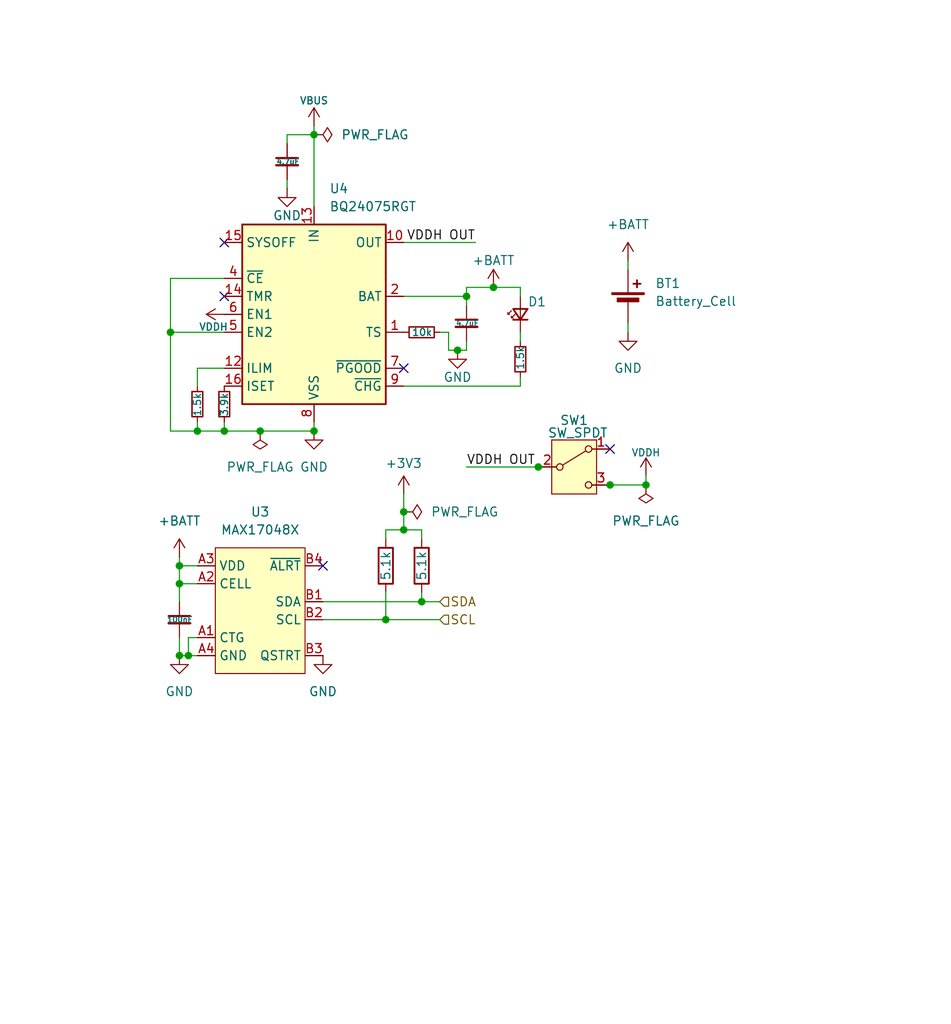
<source format=kicad_sch>
(kicad_sch (version 20250114) (generator "eeschema") (generator_version "9.0")
  (paper "User" 134.62 144.78)
  (lib_symbols
    (symbol "Battery_Management:BQ24075RGT"
      (property "Reference" "U" (at -8.89 13.97 0))
      (property "Value" "BQ24075RGT" (at 16.51 13.97 0))
      (symbol "BQ24075RGT_0_1"
        (rectangle (start -10.16 12.7) (end 10.16 -12.7) (stroke (width 0.254)) (fill (type background)))
      )
      (symbol "BQ24075RGT_1_1"
        (pin input line (at -12.7 10.16 0) (length 2.54) (name "SYSOFF") (number "15"))
        (pin input line (at -12.7 5.08 0) (length 2.54) (name "~{CE}") (number "4"))
        (pin input line (at -12.7 2.54 0) (length 2.54) (name "TMR") (number "14"))
        (pin input line (at -12.7 0 0) (length 2.54) (name "EN1") (number "6"))
        (pin input line (at -12.7 -2.54 0) (length 2.54) (name "EN2") (number "5"))
        (pin passive line (at -12.7 -7.62 0) (length 2.54) (name "ILIM") (number "12"))
        (pin passive line (at -12.7 -10.16 0) (length 2.54) (name "ISET") (number "16"))
        (pin power_in line (at 0 15.24 270) (length 2.54) (name "IN") (number "13"))
        (pin passive line (at 0 -15.24 90) (length 2.54) (hide yes) (name "VSS") (number "17"))
        (pin power_in line (at 0 -15.24 90) (length 2.54) (name "VSS") (number "8"))
        (pin power_out line (at 12.7 10.16 180) (length 2.54) (name "OUT") (number "10"))
        (pin passive line (at 12.7 10.16 180) (length 2.54) (hide yes) (name "OUT") (number "11"))
        (pin power_out line (at 12.7 2.54 180) (length 2.54) (name "BAT") (number "2"))
        (pin passive line (at 12.7 2.54 180) (length 2.54) (hide yes) (name "BAT") (number "3"))
        (pin passive line (at 12.7 -2.54 180) (length 2.54) (name "TS") (number "1"))
        (pin open_collector line (at 12.7 -7.62 180) (length 2.54) (name "~{PGOOD}") (number "7"))
        (pin open_collector line (at 12.7 -10.16 180) (length 2.54) (name "~{CHG}") (number "9"))
      )
    )
    (symbol "Device:Battery_Cell" (pin_numbers (hide yes)) (pin_names (offset 0) (hide yes))
      (property "Reference" "BT" (at 2.54 2.54 0))
      (property "Value" "Battery_Cell" (at 2.54 0 0))
      (symbol "Battery_Cell_0_1"
        (rectangle (start -2.286 1.778) (end 2.286 1.524) (fill (type outline)))
        (rectangle (start -1.524 1.016) (end 1.524 0.508) (fill (type outline)))
        (polyline (pts (xy 0 1.778) (xy 0 2.54)))
        (polyline (pts (xy 0 0.762) (xy 0 0)))
        (polyline (pts (xy 0.762 3.048) (xy 1.778 3.048)) (stroke (width 0.254)))
        (polyline (pts (xy 1.27 3.556) (xy 1.27 2.54)) (stroke (width 0.254)))
      )
      (symbol "Battery_Cell_1_1"
        (pin passive line (at 0 5.08 270) (length 2.54) (name "+") (number "1"))
        (pin passive line (at 0 -2.54 90) (length 2.54) (name "-") (number "2"))
      )
    )
    (symbol "Device:C_Small" (pin_numbers (hide yes)) (pin_names (offset 0.254) (hide yes))
      (property "Reference" "C" (at 0.254 1.778 0))
      (property "Value" "C_Small" (at 0.254 -2.032 0))
      (symbol "C_Small_0_1"
        (polyline (pts (xy -1.524 0.508) (xy 1.524 0.508)) (stroke (width 0.3048)))
        (polyline (pts (xy -1.524 -0.508) (xy 1.524 -0.508)) (stroke (width 0.3302)))
      )
      (symbol "C_Small_1_1"
        (pin passive line (at 0 2.54 270) (length 2.032) (name "~") (number "1"))
        (pin passive line (at 0 -2.54 90) (length 2.032) (name "~") (number "2"))
      )
    )
    (symbol "Device:LED_Small" (pin_numbers (hide yes)) (pin_names (offset 0.254) (hide yes))
      (property "Reference" "D" (at -1.27 3.175 0))
      (property "Value" "LED_Small" (at -4.445 -2.54 0))
      (symbol "LED_Small_0_1"
        (polyline (pts (xy -0.762 -1.016) (xy -0.762 1.016)) (stroke (width 0.254)))
        (polyline (pts (xy 0 0.762) (xy -0.508 1.27) (xy -0.254 1.27) (xy -0.508 1.27) (xy -0.508 1.016)))
        (polyline (pts (xy 0.508 1.27) (xy 0 1.778) (xy 0.254 1.778) (xy 0 1.778) (xy 0 1.524)))
        (polyline (pts (xy 0.762 -1.016) (xy -0.762 0) (xy 0.762 1.016) (xy 0.762 -1.016)) (stroke (width 0.254)))
        (polyline (pts (xy 1.016 0) (xy -0.762 0)))
      )
      (symbol "LED_Small_1_1"
        (pin passive line (at -2.54 0 0) (length 1.778) (name "K") (number "1"))
        (pin passive line (at 2.54 0 180) (length 1.778) (name "A") (number "2"))
      )
    )
    (symbol "Device:R" (pin_numbers (hide yes)) (pin_names (offset 0))
      (property "Reference" "R" (at 2.032 0 90))
      (property "Value" "R" (at 0 0 90))
      (symbol "R_0_1"
        (rectangle (start -1.016 -2.54) (end 1.016 2.54) (stroke (width 0.254)))
      )
      (symbol "R_1_1"
        (pin passive line (at 0 3.81 270) (length 1.27) (name "~") (number "1"))
        (pin passive line (at 0 -3.81 90) (length 1.27) (name "~") (number "2"))
      )
    )
    (symbol "Device:R_Small" (pin_numbers (hide yes)) (pin_names (offset 0.254) (hide yes))
      (property "Reference" "R" (at 0 0 90))
      (property "Value" "R_Small" (at 1.778 0 90))
      (symbol "R_Small_0_1"
        (rectangle (start -0.762 1.778) (end 0.762 -1.778) (stroke (width 0.2032)))
      )
      (symbol "R_Small_1_1"
        (pin passive line (at 0 2.54 270) (length 0.762) (name "~") (number "1"))
        (pin passive line (at 0 -2.54 90) (length 0.762) (name "~") (number "2"))
      )
    )
    (symbol "Switch:SW_SPDT" (pin_names (offset 0) (hide yes))
      (property "Reference" "SW" (at 0 5.08 0))
      (property "Value" "SW_SPDT" (at 0 -5.08 0))
      (symbol "SW_SPDT_0_1"
        (circle (center -2.032 0) (radius 0.4572))
        (polyline (pts (xy -1.651 0.254) (xy 1.651 2.286)))
        (circle (center 2.032 2.54) (radius 0.4572))
        (circle (center 2.032 -2.54) (radius 0.4572))
      )
      (symbol "SW_SPDT_1_1"
        (rectangle (start -3.175 3.81) (end 3.175 -3.81) (fill (type background)))
        (pin passive line (at -5.08 0 0) (length 2.54) (name "B") (number "2"))
        (pin passive line (at 5.08 2.54 180) (length 2.54) (name "A") (number "1"))
        (pin passive line (at 5.08 -2.54 180) (length 2.54) (name "C") (number "3"))
      )
    )
    (symbol "power:+3V3" (power) (pin_numbers (hide yes)) (pin_names (offset 0) (hide yes))
      (property "Value" "+3V3" (at 0 3.556 0))
      (symbol "+3V3_0_1"
        (polyline (pts (xy -0.762 1.27) (xy 0 2.54)))
        (polyline (pts (xy 0 2.54) (xy 0.762 1.27)))
        (polyline (pts (xy 0 0) (xy 0 2.54)))
      )
      (symbol "+3V3_1_1"
        (pin power_in line (at 0 0 90) (length 0) (name "~") (number "1"))
      )
    )
    (symbol "power:+BATT" (power) (pin_numbers (hide yes)) (pin_names (offset 0) (hide yes))
      (property "Value" "+BATT" (at 0 3.556 0))
      (symbol "+BATT_0_1"
        (polyline (pts (xy -0.762 1.27) (xy 0 2.54)))
        (polyline (pts (xy 0 2.54) (xy 0.762 1.27)))
        (polyline (pts (xy 0 0) (xy 0 2.54)))
      )
      (symbol "+BATT_1_1"
        (pin power_in line (at 0 0 90) (length 0) (name "~") (number "1"))
      )
    )
    (symbol "power:GND" (power) (pin_numbers (hide yes)) (pin_names (offset 0) (hide yes))
      (property "Value" "GND" (at 0 -3.81 0))
      (symbol "GND_0_1"
        (polyline (pts (xy 0 0) (xy 0 -1.27) (xy 1.27 -1.27) (xy 0 -2.54) (xy -1.27 -1.27) (xy 0 -1.27)))
      )
      (symbol "GND_1_1"
        (pin power_in line (at 0 0 270) (length 0) (name "~") (number "1"))
      )
    )
    (symbol "power:PWR_FLAG" (power) (pin_numbers (hide yes)) (pin_names (offset 0) (hide yes))
      (property "Value" "PWR_FLAG" (at 0 3.81 0))
      (symbol "PWR_FLAG_0_0"
        (pin power_out line (at 0 0 90) (length 0) (name "~") (number "1"))
      )
      (symbol "PWR_FLAG_0_1"
        (polyline (pts (xy 0 0) (xy 0 1.27) (xy -1.016 1.905) (xy 0 2.54) (xy 1.016 1.905) (xy 0 1.27)))
      )
    )
    (symbol "power:VBUS" (power) (pin_numbers (hide yes)) (pin_names (offset 0) (hide yes))
      (property "Value" "VBUS" (at 0 3.556 0))
      (symbol "VBUS_0_1"
        (polyline (pts (xy -0.762 1.27) (xy 0 2.54)))
        (polyline (pts (xy 0 2.54) (xy 0.762 1.27)))
        (polyline (pts (xy 0 0) (xy 0 2.54)))
      )
      (symbol "VBUS_1_1"
        (pin power_in line (at 0 0 90) (length 0) (name "~") (number "1"))
      )
    )
    (symbol "ultraflat-lib:MAX17048X"
      (property "Reference" "U" (at 0 10.16 0))
      (property "Value" "MAX17048X" (at 0 -10.16 0))
      (symbol "MAX17048X_0_1"
        (rectangle (start -6.35 8.89) (end 6.35 -8.89) (stroke (width 0.1524)) (fill (type background)))
      )
      (symbol "MAX17048X_1_0"
        (pin power_in line (at -8.89 6.35 0) (length 2.54) (name "VDD") (number "A3"))
        (pin power_in line (at -8.89 3.81 0) (length 2.54) (name "CELL") (number "A2"))
        (pin power_in line (at -8.89 -3.81 0) (length 2.54) (name "CTG") (number "A1"))
        (pin power_in line (at -8.89 -6.35 0) (length 2.54) (name "GND") (number "A4"))
        (pin open_collector line (at 8.89 6.35 180) (length 2.54) (name "~{ALRT}") (number "B4"))
        (pin bidirectional line (at 8.89 1.27 180) (length 2.54) (name "SDA") (number "B1"))
        (pin bidirectional line (at 8.89 -1.27 180) (length 2.54) (name "SCL") (number "B2"))
        (pin input line (at 8.89 -6.35 180) (length 2.54) (name "QSTRT") (number "B3"))
      )
    )
    (symbol "ultraflat-lib:VDDH" (power) (pin_numbers (hide yes)) (pin_names (offset 0) (hide yes))
      (property "Value" "VDDH" (at 0 3.556 0))
      (symbol "VDDH_0_1"
        (polyline (pts (xy -0.762 1.27) (xy 0 2.54)))
        (polyline (pts (xy 0 2.54) (xy 0.762 1.27)))
        (polyline (pts (xy 0 0) (xy 0 2.54)))
      )
      (symbol "VDDH_1_1"
        (pin power_in line (at 0 0 90) (length 0) (name "~") (number "1"))
      )
    )
  )
  (junction (at 44.45 60.96))
  (junction (at 64.77 49.53))
  (junction (at 57.15 72.39))
  (junction (at 57.15 74.93))
  (junction (at 76.2 66.04))
  (junction (at 66.04 41.91))
  (junction (at 25.4 80.01))
  (junction (at 24.13 46.99))
  (junction (at 91.44 68.58))
  (junction (at 25.4 92.71))
  (junction (at 25.4 82.55))
  (junction (at 59.69 85.09))
  (junction (at 31.75 60.96))
  (junction (at 44.45 19.05))
  (junction (at 36.83 60.96))
  (junction (at 27.94 60.96))
  (junction (at 69.85 40.64))
  (junction (at 54.61 87.63))
  (junction (at 26.67 92.71))
  (junction (at 86.36 68.58))
  (no_connect (at 45.72 80.01))
  (no_connect (at 86.36 63.5))
  (no_connect (at 31.75 41.91))
  (no_connect (at 57.15 52.07))
  (no_connect (at 31.75 34.29))
  (wire (pts (xy 59.69 74.93) (xy 59.69 76.2)))
  (wire (pts (xy 66.04 41.91) (xy 66.04 43.18)))
  (wire (pts (xy 86.36 68.58) (xy 91.44 68.58)))
  (wire (pts (xy 25.4 90.17) (xy 25.4 92.71)))
  (wire (pts (xy 44.45 19.05) (xy 44.45 29.21)))
  (wire (pts (xy 24.13 60.96) (xy 24.13 46.99)))
  (wire (pts (xy 44.45 17.78) (xy 44.45 19.05)))
  (wire (pts (xy 26.67 90.17) (xy 26.67 92.71)))
  (wire (pts (xy 67.31 34.29) (xy 57.15 34.29)))
  (wire (pts (xy 59.69 83.82) (xy 59.69 85.09)))
  (wire (pts (xy 25.4 78.74) (xy 25.4 80.01)))
  (wire (pts (xy 57.15 72.39) (xy 57.15 74.93)))
  (wire (pts (xy 27.94 52.07) (xy 27.94 54.61)))
  (wire (pts (xy 59.69 85.09) (xy 62.23 85.09)))
  (wire (pts (xy 40.64 25.4) (xy 40.64 26.67)))
  (wire (pts (xy 25.4 92.71) (xy 26.67 92.71)))
  (wire (pts (xy 66.04 66.04) (xy 76.2 66.04)))
  (wire (pts (xy 45.72 87.63) (xy 54.61 87.63)))
  (wire (pts (xy 57.15 54.61) (xy 73.66 54.61)))
  (wire (pts (xy 25.4 80.01) (xy 25.4 82.55)))
  (wire (pts (xy 25.4 82.55) (xy 27.94 82.55)))
  (wire (pts (xy 69.85 40.64) (xy 66.04 40.64)))
  (wire (pts (xy 54.61 83.82) (xy 54.61 87.63)))
  (wire (pts (xy 62.23 46.99) (xy 63.5 46.99)))
  (wire (pts (xy 91.44 68.58) (xy 91.44 67.31)))
  (wire (pts (xy 64.77 49.53) (xy 66.04 49.53)))
  (wire (pts (xy 27.94 60.96) (xy 31.75 60.96)))
  (wire (pts (xy 54.61 74.93) (xy 54.61 76.2)))
  (wire (pts (xy 54.61 87.63) (xy 62.23 87.63)))
  (wire (pts (xy 27.94 60.96) (xy 27.94 59.69)))
  (wire (pts (xy 24.13 39.37) (xy 31.75 39.37)))
  (wire (pts (xy 57.15 69.85) (xy 57.15 72.39)))
  (wire (pts (xy 73.66 46.99) (xy 73.66 48.26)))
  (wire (pts (xy 73.66 41.91) (xy 73.66 40.64)))
  (wire (pts (xy 66.04 40.64) (xy 66.04 41.91)))
  (wire (pts (xy 57.15 74.93) (xy 59.69 74.93)))
  (wire (pts (xy 24.13 60.96) (xy 27.94 60.96)))
  (wire (pts (xy 27.94 90.17) (xy 26.67 90.17)))
  (wire (pts (xy 31.75 52.07) (xy 27.94 52.07)))
  (wire (pts (xy 88.9 45.72) (xy 88.9 46.99)))
  (wire (pts (xy 40.64 19.05) (xy 44.45 19.05)))
  (wire (pts (xy 88.9 36.83) (xy 88.9 38.1)))
  (wire (pts (xy 69.85 40.64) (xy 73.66 40.64)))
  (wire (pts (xy 73.66 54.61) (xy 73.66 53.34)))
  (wire (pts (xy 63.5 49.53) (xy 64.77 49.53)))
  (wire (pts (xy 24.13 39.37) (xy 24.13 46.99)))
  (wire (pts (xy 24.13 46.99) (xy 31.75 46.99)))
  (wire (pts (xy 44.45 60.96) (xy 36.83 60.96)))
  (wire (pts (xy 57.15 74.93) (xy 54.61 74.93)))
  (wire (pts (xy 25.4 80.01) (xy 27.94 80.01)))
  (wire (pts (xy 36.83 60.96) (xy 31.75 60.96)))
  (wire (pts (xy 63.5 46.99) (xy 63.5 49.53)))
  (wire (pts (xy 40.64 19.05) (xy 40.64 20.32)))
  (wire (pts (xy 66.04 49.53) (xy 66.04 48.26)))
  (wire (pts (xy 45.72 85.09) (xy 59.69 85.09)))
  (wire (pts (xy 66.04 41.91) (xy 57.15 41.91)))
  (wire (pts (xy 44.45 60.96) (xy 44.45 59.69)))
  (wire (pts (xy 31.75 60.96) (xy 31.75 59.69)))
  (wire (pts (xy 26.67 92.71) (xy 27.94 92.71)))
  (wire (pts (xy 25.4 82.55) (xy 25.4 85.09)))
  (label "VDDH OUT" (at 66.04 66.04 0))
  (label "VDDH OUT" (at 67.31 34.29 180))
  (hierarchical_label "SDA" (shape input) (at 62.23 85.09 0))
  (hierarchical_label "SCL" (shape input) (at 62.23 87.63 0))
  (symbol (lib_id "Battery_Management:BQ24075RGT") (at 44.45 44.45 0) (unit 1)
    (property "Reference" "U4" (at 46.5933 26.67 0) (effects (justify left)))
    (property "Value" "BQ24075RGT" (at 46.5933 29.21 0) (effects (justify left)))
    (property "Footprint" "Package_DFN_QFN:VQFN-16-1EP_3x3mm_P0.5mm_EP1.6x1.6mm" (effects (hide yes)))
    (property "Datasheet" "http://www.ti.com/lit/ds/symlink/bq24075.pdf" (effects (hide yes)))
    (property "Description" "USB-Friendly Li-Ion Battery Charger and Power-Path Management, VQFN-16" (effects (hide yes)))
  )
  (symbol (lib_id "Device:LED_Small") (at 73.66 44.45 90) (unit 1)
    (property "Reference" "D1" (at 74.676 42.672 90) (effects (justify right)))
    (property "Value" "LED_Small" (effects (hide yes)))
    (property "Footprint" "LED_SMD:LED_0603_1608Metric" (effects (hide yes)))
    (property "Description" "Light emitting diode, small symbol" (effects (hide yes)))
    (property "Sim.Pin" "1=K 2=A" (effects (hide yes)))
  )
  (symbol (lib_id "power:PWR_FLAG") (at 36.83 60.96 180) (unit 1)
    (property "Reference" "#FLG02" (effects (hide yes)))
    (property "Value" "PWR_FLAG" (at 36.83 66.04 0))
    (property "Description" "Special symbol for telling ERC where power comes from" (effects (hide yes)))
  )
  (symbol (lib_id "Device:Battery_Cell") (at 88.9 43.18 0) (unit 1)
    (property "Reference" "BT1" (at 92.71 40.0684 0) (effects (justify left)))
    (property "Value" "Battery_Cell" (at 92.71 42.6084 0) (effects (justify left)))
    (property "Footprint" "Connector_PinHeader_2.00mm:PinHeader_1x02_P2.00mm_Vertical" (effects (hide yes)))
    (property "Description" "Single-cell battery" (effects (hide yes)))
    (property "Sim.Device" "V" (effects (hide yes)))
    (property "Sim.Type" "DC" (effects (hide yes)))
    (property "Sim.Pins" "1=+ 2=-" (effects (hide yes)))
  )
  (symbol (lib_id "power:GND") (at 40.64 26.67 0) (unit 1)
    (property "Reference" "#PWR014" (effects (hide yes)))
    (property "Value" "GND" (at 40.64 30.48 0))
    (property "Description" "Power symbol creates a global label with name \"GND\" , ground" (effects (hide yes)))
  )
  (symbol (lib_id "ultraflat-lib:VDDH") (at 91.44 67.31 0) (unit 1)
    (property "Reference" "#PWR02" (effects (hide yes)))
    (property "Value" "VDDH" (at 91.44 64.008 0) (effects (font (size 1.016 1.016))))
    (property "Description" "Power symbol creates a global label with name \"VDDH\"" (effects (hide yes)))
  )
  (symbol (lib_id "power:PWR_FLAG") (at 91.44 68.58 180) (unit 1)
    (property "Reference" "#FLG04" (effects (hide yes)))
    (property "Value" "PWR_FLAG" (at 91.44 73.66 0))
    (property "Description" "Special symbol for telling ERC where power comes from" (effects (hide yes)))
  )
  (symbol (lib_id "power:+BATT") (at 25.4 78.74 0) (unit 1)
    (property "Reference" "#PWR013" (effects (hide yes)))
    (property "Value" "+BATT" (at 25.4 73.66 0))
    (property "Description" "Power symbol creates a global label with name \"+BATT\"" (effects (hide yes)))
  )
  (symbol (lib_id "Device:R_Small") (at 73.66 50.8 0) (unit 1)
    (property "Reference" "R6" (effects (hide yes)))
    (property "Value" "1.5k" (at 73.66 52.324 90) (effects (font (size 1.016 1.016)) (justify left)))
    (property "Footprint" "Capacitor_SMD:C_0402_1005Metric" (effects (hide yes)))
    (property "Description" "Resistor, small symbol" (effects (hide yes)))
  )
  (symbol (lib_id "Device:C_Small") (at 66.04 45.72 0) (unit 1)
    (property "Reference" "C17" (effects (hide yes)))
    (property "Value" "4.7uF" (at 64.516 45.72 0) (effects (font (size 0.762 0.762)) (justify left)))
    (property "Footprint" "Capacitor_SMD:C_0402_1005Metric" (effects (hide yes)))
    (property "Description" "Unpolarized capacitor, small symbol" (effects (hide yes)))
  )
  (symbol (lib_id "power:+BATT") (at 88.9 36.83 0) (unit 1)
    (property "Reference" "#PWR030" (effects (hide yes)))
    (property "Value" "+BATT" (at 88.9 31.75 0))
    (property "Description" "Power symbol creates a global label with name \"+BATT\"" (effects (hide yes)))
  )
  (symbol (lib_id "Device:R") (at 54.61 80.01 0) (mirror x) (unit 1)
    (property "Reference" "R15" (effects (hide yes)))
    (property "Value" "5.1k" (at 54.61 80.01 90))
    (property "Footprint" "Capacitor_SMD:C_0402_1005Metric" (effects (hide yes)))
    (property "Description" "Resistor" (effects (hide yes)))
    (property "LCSC Part #" "C25905 " (effects (hide yes)))
  )
  (symbol (lib_id "Switch:SW_SPDT") (at 81.28 66.04 0) (unit 1)
    (property "Reference" "SW2" (effects (hide yes)))
    (property "Value" "SW_SPDT" (effects (hide yes)))
    (property "Footprint" "Button_Switch_SMD:SW_SPDT_Shouhan_MSK12C02" (effects (hide yes)))
    (property "Description" "Switch, single pole double throw" (effects (hide yes)))
  )
  (symbol (lib_id "ultraflat-lib:VDDH") (at 31.75 44.45 90) (unit 1)
    (property "Reference" "#PWR025" (effects (hide yes)))
    (property "Value" "VDDH" (at 30.226 46.228 90) (effects (font (size 1.016 1.016))))
    (property "Description" "Power symbol creates a global label with name \"VDDH\"" (effects (hide yes)))
  )
  (symbol (lib_id "power:GND") (at 45.72 92.71 0) (unit 1)
    (property "Reference" "#PWR027" (effects (hide yes)))
    (property "Value" "GND" (at 45.72 97.79 0))
    (property "Description" "Power symbol creates a global label with name \"GND\" , ground" (effects (hide yes)))
  )
  (symbol (lib_id "power:VBUS") (at 44.45 17.78 0) (unit 1)
    (property "Reference" "#PWR05" (effects (hide yes)))
    (property "Value" "VBUS" (at 44.45 14.224 0) (effects (font (size 1.016 1.016))))
    (property "Description" "Power symbol creates a global label with name \"VBUS\"" (effects (hide yes)))
  )
  (symbol (lib_id "power:GND") (at 44.45 60.96 0) (unit 1)
    (property "Reference" "#PWR024" (effects (hide yes)))
    (property "Value" "GND" (at 44.45 66.04 0))
    (property "Description" "Power symbol creates a global label with name \"GND\" , ground" (effects (hide yes)))
  )
  (symbol (lib_id "power:PWR_FLAG") (at 44.45 19.05 270) (unit 1)
    (property "Reference" "#FLG01" (effects (hide yes)))
    (property "Value" "PWR_FLAG" (at 48.26 19.0499 90) (effects (justify left)))
    (property "Description" "Special symbol for telling ERC where power comes from" (effects (hide yes)))
  )
  (symbol (lib_id "Device:R_Small") (at 31.75 57.15 0) (unit 1)
    (property "Reference" "R4" (effects (hide yes)))
    (property "Value" "3.9k" (at 31.75 58.928 90) (effects (font (size 1.016 1.016)) (justify left)))
    (property "Footprint" "Capacitor_SMD:C_0402_1005Metric" (effects (hide yes)))
    (property "Description" "Resistor, small symbol" (effects (hide yes)))
  )
  (symbol (lib_id "power:+BATT") (at 69.85 40.64 0) (unit 1)
    (property "Reference" "#PWR011" (effects (hide yes)))
    (property "Value" "+BATT" (at 69.85 36.83 0))
    (property "Description" "Power symbol creates a global label with name \"+BATT\"" (effects (hide yes)))
  )
  (symbol (lib_id "Device:C_Small") (at 40.64 22.86 0) (unit 1)
    (property "Reference" "C16" (effects (hide yes)))
    (property "Value" "4.7uF" (at 39.116 22.86 0) (effects (font (size 0.762 0.762)) (justify left)))
    (property "Footprint" "Capacitor_SMD:C_0402_1005Metric" (effects (hide yes)))
    (property "Description" "Unpolarized capacitor, small symbol" (effects (hide yes)))
  )
  (symbol (lib_id "power:+3V3") (at 57.15 69.85 0) (mirror y) (unit 1)
    (property "Reference" "#PWR012" (effects (hide yes)))
    (property "Value" "+3V3" (at 57.15 65.532 0))
    (property "Description" "Power symbol creates a global label with name \"+3V3\"" (effects (hide yes)))
  )
  (symbol (lib_id "Device:C_Small") (at 25.4 87.63 0) (unit 1)
    (property "Reference" "C18" (effects (hide yes)))
    (property "Value" "100nF" (at 23.622 87.63 0) (effects (font (size 0.762 0.762)) (justify left)))
    (property "Footprint" "Capacitor_SMD:C_0402_1005Metric" (effects (hide yes)))
    (property "Description" "Unpolarized capacitor, small symbol" (effects (hide yes)))
  )
  (symbol (lib_id "power:GND") (at 88.9 46.99 0) (unit 1)
    (property "Reference" "#PWR035" (effects (hide yes)))
    (property "Value" "GND" (at 88.9 52.07 0))
    (property "Description" "Power symbol creates a global label with name \"GND\" , ground" (effects (hide yes)))
  )
  (symbol (lib_id "power:GND") (at 64.77 49.53 0) (unit 1)
    (property "Reference" "#PWR015" (effects (hide yes)))
    (property "Value" "GND" (at 64.77 53.34 0))
    (property "Description" "Power symbol creates a global label with name \"GND\" , ground" (effects (hide yes)))
  )
  (symbol (lib_id "Device:R_Small") (at 27.94 57.15 0) (unit 1)
    (property "Reference" "R3" (effects (hide yes)))
    (property "Value" "1.5k" (at 27.94 58.928 90) (effects (font (size 1.016 1.016)) (justify left)))
    (property "Footprint" "Capacitor_SMD:C_0402_1005Metric" (effects (hide yes)))
    (property "Description" "Resistor, small symbol" (effects (hide yes)))
  )
  (symbol (lib_id "power:GND") (at 25.4 92.71 0) (unit 1)
    (property "Reference" "#PWR023" (effects (hide yes)))
    (property "Value" "GND" (at 25.4 97.79 0))
    (property "Description" "Power symbol creates a global label with name \"GND\" , ground" (effects (hide yes)))
  )
  (symbol (lib_id "Device:R_Small") (at 59.69 46.99 90) (unit 1)
    (property "Reference" "R5" (effects (hide yes)))
    (property "Value" "10k" (at 61.214 46.99 90) (effects (font (size 1.016 1.016)) (justify left)))
    (property "Footprint" "Capacitor_SMD:C_0402_1005Metric" (effects (hide yes)))
    (property "Description" "Resistor, small symbol" (effects (hide yes)))
  )
  (symbol (lib_id "power:PWR_FLAG") (at 57.15 72.39 270) (unit 1)
    (property "Reference" "#FLG03" (effects (hide yes)))
    (property "Value" "PWR_FLAG" (at 60.96 72.3899 90) (effects (justify left)))
    (property "Description" "Special symbol for telling ERC where power comes from" (effects (hide yes)))
  )
  (symbol (lib_id "Device:R") (at 59.69 80.01 0) (mirror x) (unit 1)
    (property "Reference" "R16" (effects (hide yes)))
    (property "Value" "5.1k" (at 59.69 80.01 90))
    (property "Footprint" "Capacitor_SMD:C_0402_1005Metric" (effects (hide yes)))
    (property "Description" "Resistor" (effects (hide yes)))
    (property "LCSC Part #" "C25905 " (effects (hide yes)))
  )
  (symbol (lib_id "ultraflat-lib:MAX17048X") (at 36.83 86.36 0) (unit 1)
    (property "Reference" "U3" (at 36.83 72.39 0))
    (property "Value" "MAX17048X" (at 36.83 74.93 0))
    (property "Footprint" "ScottoKeebs_Components:WLP-8_1.67x0.93_P0.4" (effects (hide yes)))
    (property "Datasheet" "https://datasheets.maximintegrated.com/en/ds/MAX17048-MAX17049.pdf" (effects (hide yes)))
    (property "Description" "Fuel gauge chip with integrated current sensing resistor" (effects (hide yes)))
  )
  (symbol (lib_id "Switch:SW_SPDT") (at 81.28 66.04 0) (unit 1)
    (property "Reference" "SW1" (at 81.28 59.436 0))
    (property "Value" "SW_SPDT" (at 81.788 61.214 0))
    (property "Footprint" "Button_Switch_SMD:SW_SPDT_Shouhan_MSK12C02" (effects (hide yes)))
    (property "Description" "Switch, single pole double throw" (effects (hide yes)))
  )
)
</source>
